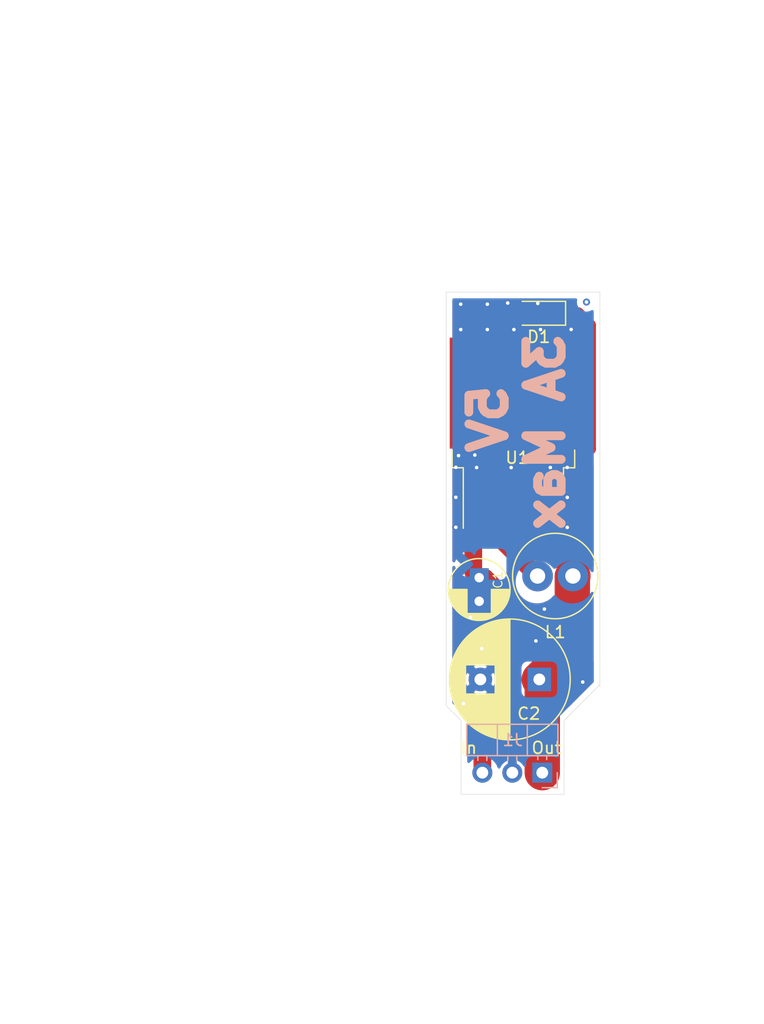
<source format=kicad_pcb>
(kicad_pcb (version 20171130) (host pcbnew "(5.1.9)-1")

  (general
    (thickness 1.6002)
    (drawings 12)
    (tracks 52)
    (zones 0)
    (modules 6)
    (nets 5)
  )

  (page A4)
  (layers
    (0 Front signal)
    (31 Back signal)
    (34 B.Paste user)
    (35 F.Paste user)
    (36 B.SilkS user)
    (37 F.SilkS user)
    (38 B.Mask user)
    (39 F.Mask user)
    (44 Edge.Cuts user)
    (45 Margin user)
    (46 B.CrtYd user)
    (47 F.CrtYd user)
    (49 F.Fab user)
  )

  (setup
    (last_trace_width 1)
    (user_trace_width 0.15)
    (user_trace_width 0.2)
    (user_trace_width 0.4)
    (user_trace_width 0.6)
    (user_trace_width 1)
    (user_trace_width 1.5)
    (user_trace_width 2)
    (user_trace_width 2.5)
    (user_trace_width 3)
    (trace_clearance 0.127)
    (zone_clearance 0.508)
    (zone_45_only yes)
    (trace_min 0.127)
    (via_size 0.6)
    (via_drill 0.3)
    (via_min_size 0.6)
    (via_min_drill 0.3)
    (user_via 0.6 0.3)
    (user_via 0.9 0.4)
    (uvia_size 0.6858)
    (uvia_drill 0.3302)
    (uvias_allowed no)
    (uvia_min_size 0.2)
    (uvia_min_drill 0.1)
    (edge_width 0.0381)
    (segment_width 0.254)
    (pcb_text_width 0.3048)
    (pcb_text_size 1.524 1.524)
    (mod_edge_width 0.1524)
    (mod_text_size 0.8128 0.8128)
    (mod_text_width 0.1524)
    (pad_size 1.524 1.524)
    (pad_drill 0.762)
    (pad_to_mask_clearance 0)
    (solder_mask_min_width 0.12)
    (aux_axis_origin 0 0)
    (visible_elements 7FFFFFFF)
    (pcbplotparams
      (layerselection 0x010fc_ffffffff)
      (usegerberextensions false)
      (usegerberattributes true)
      (usegerberadvancedattributes true)
      (creategerberjobfile true)
      (excludeedgelayer true)
      (linewidth 0.100000)
      (plotframeref false)
      (viasonmask false)
      (mode 1)
      (useauxorigin false)
      (hpglpennumber 1)
      (hpglpenspeed 20)
      (hpglpendiameter 15.000000)
      (psnegative false)
      (psa4output false)
      (plotreference true)
      (plotvalue true)
      (plotinvisibletext false)
      (padsonsilk false)
      (subtractmaskfromsilk false)
      (outputformat 1)
      (mirror false)
      (drillshape 0)
      (scaleselection 1)
      (outputdirectory "Gerbers_SMD/"))
  )

  (net 0 "")
  (net 1 GND)
  (net 2 VCC)
  (net 3 +5V)
  (net 4 "Net-(D1-Pad1)")

  (net_class Default "This is the default net class."
    (clearance 0.127)
    (trace_width 0.127)
    (via_dia 0.6)
    (via_drill 0.3)
    (uvia_dia 0.6858)
    (uvia_drill 0.3302)
    (diff_pair_width 0.1524)
    (diff_pair_gap 0.254)
    (add_net +5V)
    (add_net GND)
    (add_net "Net-(D1-Pad1)")
    (add_net VCC)
  )

  (module Inductor_THT:L_Radial_D7.0mm_P3.00mm (layer Front) (tedit 5AE59B06) (tstamp 604FB8B2)
    (at 124.7 90.57 180)
    (descr "Inductor, Radial series, Radial, pin pitch=3.00mm, , diameter=7mm, http://www.abracon.com/Magnetics/radial/AIUR-16.pdf")
    (tags "Inductor Radial series Radial pin pitch 3.00mm  diameter 7mm")
    (path /602DBCD5)
    (fp_text reference L1 (at 1.5 -4.75) (layer F.SilkS)
      (effects (font (size 1 1) (thickness 0.15)))
    )
    (fp_text value 100uH (at 1.5 4.75) (layer F.Fab)
      (effects (font (size 1 1) (thickness 0.15)))
    )
    (fp_circle (center 1.5 0) (end 5.25 0) (layer F.CrtYd) (width 0.05))
    (fp_circle (center 1.5 0) (end 5.12 0) (layer F.SilkS) (width 0.12))
    (fp_circle (center 1.5 0) (end 5 0) (layer F.Fab) (width 0.1))
    (fp_text user %R (at 1.5 0) (layer F.Fab)
      (effects (font (size 1 1) (thickness 0.15)))
    )
    (pad 2 thru_hole circle (at 3 0 180) (size 2.6 2.6) (drill 1.3) (layers *.Cu *.Mask)
      (net 4 "Net-(D1-Pad1)"))
    (pad 1 thru_hole circle (at 0 0 180) (size 2.6 2.6) (drill 1.3) (layers *.Cu *.Mask)
      (net 3 +5V))
    (model ${KISYS3DMOD}/Inductor_THT.3dshapes/L_Radial_D7.0mm_P3.00mm.wrl
      (at (xyz 0 0 0))
      (scale (xyz 1 1 1))
      (rotate (xyz 0 0 0))
    )
  )

  (module Diode_SMD:D_SMF (layer Front) (tedit 5D31F510) (tstamp 602E6C19)
    (at 121.8 68.31 180)
    (descr "Diode SMF (DO-219AB), http://www.vishay.com/docs/95572/smf_do-219ab.pdf")
    (tags "Diode SMF (DO-214AB)")
    (path /602D9A2B)
    (attr smd)
    (fp_text reference D1 (at 0 -2) (layer F.SilkS)
      (effects (font (size 1 1) (thickness 0.15)))
    )
    (fp_text value SS34 (at 0 2) (layer F.Fab)
      (effects (font (size 1 1) (thickness 0.15)))
    )
    (fp_line (start -2.28 -1.01) (end 1.4 -1.01) (layer F.SilkS) (width 0.12))
    (fp_line (start -2.28 1.01) (end 1.4 1.01) (layer F.SilkS) (width 0.12))
    (fp_line (start -0.3 0) (end 0.3 -0.4) (layer F.Fab) (width 0.1))
    (fp_line (start -0.3 0.00102) (end 0.3 0.4) (layer F.Fab) (width 0.1))
    (fp_line (start 0.3 0.4) (end 0.3 -0.4) (layer F.Fab) (width 0.1))
    (fp_line (start -0.3 -0.4) (end -0.3 0.4) (layer F.Fab) (width 0.1))
    (fp_line (start 0.3 0) (end 0.9 0) (layer F.Fab) (width 0.1))
    (fp_line (start -0.3 0) (end -0.9 0) (layer F.Fab) (width 0.1))
    (fp_line (start -2.35 1.15) (end -2.35 -1.15) (layer F.CrtYd) (width 0.05))
    (fp_line (start 2.35 1.15) (end -2.35 1.15) (layer F.CrtYd) (width 0.05))
    (fp_line (start 2.35 -1.15) (end 2.35 1.15) (layer F.CrtYd) (width 0.05))
    (fp_line (start -2.35 -1.15) (end 2.35 -1.15) (layer F.CrtYd) (width 0.05))
    (fp_line (start 1.4 -0.9) (end -1.4 -0.9) (layer F.Fab) (width 0.1))
    (fp_line (start 1.4 -0.9) (end 1.4 0.9) (layer F.Fab) (width 0.1))
    (fp_line (start -1.4 0.9) (end -1.4 -0.9) (layer F.Fab) (width 0.1))
    (fp_line (start 1.4 0.9) (end -1.4 0.9) (layer F.Fab) (width 0.1))
    (fp_line (start -2.28 -1.01) (end -2.28 1.01) (layer F.SilkS) (width 0.12))
    (fp_text user %R (at 0 -2) (layer F.Fab)
      (effects (font (size 1 1) (thickness 0.15)))
    )
    (pad 2 smd rect (at 1.45 0 180) (size 1.3 1.4) (layers Front F.Paste F.Mask)
      (net 1 GND))
    (pad 1 smd rect (at -1.45 0 180) (size 1.3 1.4) (layers Front F.Paste F.Mask)
      (net 4 "Net-(D1-Pad1)"))
    (model ${KISYS3DMOD}/Diode_SMD.3dshapes/D_SMF.wrl
      (at (xyz 0 0 0))
      (scale (xyz 1 1 1))
      (rotate (xyz 0 0 0))
    )
  )

  (module Capacitor_THT:CP_Radial_D5.0mm_P2.00mm (layer Front) (tedit 602D73A5) (tstamp 602DE071)
    (at 116.75 90.71 270)
    (descr "CP, Radial series, Radial, pin pitch=2.00mm, , diameter=5mm, Electrolytic Capacitor")
    (tags "CP Radial series Radial pin pitch 2.00mm  diameter 5mm Electrolytic Capacitor")
    (path /602D8508)
    (fp_text reference C1 (at 0.2 -1.59 90) (layer F.SilkS)
      (effects (font (size 0.75 0.75) (thickness 0.1)))
    )
    (fp_text value 100uF (at 1 3.75 270) (layer F.Fab)
      (effects (font (size 1 1) (thickness 0.15)))
    )
    (fp_circle (center 1 0) (end 3.5 0) (layer F.Fab) (width 0.1))
    (fp_circle (center 1 0) (end 3.62 0) (layer F.SilkS) (width 0.12))
    (fp_circle (center 1 0) (end 3.75 0) (layer F.CrtYd) (width 0.05))
    (fp_line (start -1.133605 -1.0875) (end -0.633605 -1.0875) (layer F.Fab) (width 0.1))
    (fp_line (start -0.883605 -1.3375) (end -0.883605 -0.8375) (layer F.Fab) (width 0.1))
    (fp_line (start 1 1.04) (end 1 2.58) (layer F.SilkS) (width 0.12))
    (fp_line (start 1 -2.58) (end 1 -1.04) (layer F.SilkS) (width 0.12))
    (fp_line (start 1.04 1.04) (end 1.04 2.58) (layer F.SilkS) (width 0.12))
    (fp_line (start 1.04 -2.58) (end 1.04 -1.04) (layer F.SilkS) (width 0.12))
    (fp_line (start 1.08 -2.579) (end 1.08 -1.04) (layer F.SilkS) (width 0.12))
    (fp_line (start 1.08 1.04) (end 1.08 2.579) (layer F.SilkS) (width 0.12))
    (fp_line (start 1.12 -2.578) (end 1.12 -1.04) (layer F.SilkS) (width 0.12))
    (fp_line (start 1.12 1.04) (end 1.12 2.578) (layer F.SilkS) (width 0.12))
    (fp_line (start 1.16 -2.576) (end 1.16 -1.04) (layer F.SilkS) (width 0.12))
    (fp_line (start 1.16 1.04) (end 1.16 2.576) (layer F.SilkS) (width 0.12))
    (fp_line (start 1.2 -2.573) (end 1.2 -1.04) (layer F.SilkS) (width 0.12))
    (fp_line (start 1.2 1.04) (end 1.2 2.573) (layer F.SilkS) (width 0.12))
    (fp_line (start 1.24 -2.569) (end 1.24 -1.04) (layer F.SilkS) (width 0.12))
    (fp_line (start 1.24 1.04) (end 1.24 2.569) (layer F.SilkS) (width 0.12))
    (fp_line (start 1.28 -2.565) (end 1.28 -1.04) (layer F.SilkS) (width 0.12))
    (fp_line (start 1.28 1.04) (end 1.28 2.565) (layer F.SilkS) (width 0.12))
    (fp_line (start 1.32 -2.561) (end 1.32 -1.04) (layer F.SilkS) (width 0.12))
    (fp_line (start 1.32 1.04) (end 1.32 2.561) (layer F.SilkS) (width 0.12))
    (fp_line (start 1.36 -2.556) (end 1.36 -1.04) (layer F.SilkS) (width 0.12))
    (fp_line (start 1.36 1.04) (end 1.36 2.556) (layer F.SilkS) (width 0.12))
    (fp_line (start 1.4 -2.55) (end 1.4 -1.04) (layer F.SilkS) (width 0.12))
    (fp_line (start 1.4 1.04) (end 1.4 2.55) (layer F.SilkS) (width 0.12))
    (fp_line (start 1.44 -2.543) (end 1.44 -1.04) (layer F.SilkS) (width 0.12))
    (fp_line (start 1.44 1.04) (end 1.44 2.543) (layer F.SilkS) (width 0.12))
    (fp_line (start 1.48 -2.536) (end 1.48 -1.04) (layer F.SilkS) (width 0.12))
    (fp_line (start 1.48 1.04) (end 1.48 2.536) (layer F.SilkS) (width 0.12))
    (fp_line (start 1.52 -2.528) (end 1.52 -1.04) (layer F.SilkS) (width 0.12))
    (fp_line (start 1.52 1.04) (end 1.52 2.528) (layer F.SilkS) (width 0.12))
    (fp_line (start 1.56 -2.52) (end 1.56 -1.04) (layer F.SilkS) (width 0.12))
    (fp_line (start 1.56 1.04) (end 1.56 2.52) (layer F.SilkS) (width 0.12))
    (fp_line (start 1.6 -2.511) (end 1.6 -1.04) (layer F.SilkS) (width 0.12))
    (fp_line (start 1.6 1.04) (end 1.6 2.511) (layer F.SilkS) (width 0.12))
    (fp_line (start 1.64 -2.501) (end 1.64 -1.04) (layer F.SilkS) (width 0.12))
    (fp_line (start 1.64 1.04) (end 1.64 2.501) (layer F.SilkS) (width 0.12))
    (fp_line (start 1.68 -2.491) (end 1.68 -1.04) (layer F.SilkS) (width 0.12))
    (fp_line (start 1.68 1.04) (end 1.68 2.491) (layer F.SilkS) (width 0.12))
    (fp_line (start 1.721 -2.48) (end 1.721 -1.04) (layer F.SilkS) (width 0.12))
    (fp_line (start 1.721 1.04) (end 1.721 2.48) (layer F.SilkS) (width 0.12))
    (fp_line (start 1.761 -2.468) (end 1.761 -1.04) (layer F.SilkS) (width 0.12))
    (fp_line (start 1.761 1.04) (end 1.761 2.468) (layer F.SilkS) (width 0.12))
    (fp_line (start 1.801 -2.455) (end 1.801 -1.04) (layer F.SilkS) (width 0.12))
    (fp_line (start 1.801 1.04) (end 1.801 2.455) (layer F.SilkS) (width 0.12))
    (fp_line (start 1.841 -2.442) (end 1.841 -1.04) (layer F.SilkS) (width 0.12))
    (fp_line (start 1.841 1.04) (end 1.841 2.442) (layer F.SilkS) (width 0.12))
    (fp_line (start 1.881 -2.428) (end 1.881 -1.04) (layer F.SilkS) (width 0.12))
    (fp_line (start 1.881 1.04) (end 1.881 2.428) (layer F.SilkS) (width 0.12))
    (fp_line (start 1.921 -2.414) (end 1.921 -1.04) (layer F.SilkS) (width 0.12))
    (fp_line (start 1.921 1.04) (end 1.921 2.414) (layer F.SilkS) (width 0.12))
    (fp_line (start 1.961 -2.398) (end 1.961 -1.04) (layer F.SilkS) (width 0.12))
    (fp_line (start 1.961 1.04) (end 1.961 2.398) (layer F.SilkS) (width 0.12))
    (fp_line (start 2.001 -2.382) (end 2.001 -1.04) (layer F.SilkS) (width 0.12))
    (fp_line (start 2.001 1.04) (end 2.001 2.382) (layer F.SilkS) (width 0.12))
    (fp_line (start 2.041 -2.365) (end 2.041 -1.04) (layer F.SilkS) (width 0.12))
    (fp_line (start 2.041 1.04) (end 2.041 2.365) (layer F.SilkS) (width 0.12))
    (fp_line (start 2.081 -2.348) (end 2.081 -1.04) (layer F.SilkS) (width 0.12))
    (fp_line (start 2.081 1.04) (end 2.081 2.348) (layer F.SilkS) (width 0.12))
    (fp_line (start 2.121 -2.329) (end 2.121 -1.04) (layer F.SilkS) (width 0.12))
    (fp_line (start 2.121 1.04) (end 2.121 2.329) (layer F.SilkS) (width 0.12))
    (fp_line (start 2.161 -2.31) (end 2.161 -1.04) (layer F.SilkS) (width 0.12))
    (fp_line (start 2.161 1.04) (end 2.161 2.31) (layer F.SilkS) (width 0.12))
    (fp_line (start 2.201 -2.29) (end 2.201 -1.04) (layer F.SilkS) (width 0.12))
    (fp_line (start 2.201 1.04) (end 2.201 2.29) (layer F.SilkS) (width 0.12))
    (fp_line (start 2.241 -2.268) (end 2.241 -1.04) (layer F.SilkS) (width 0.12))
    (fp_line (start 2.241 1.04) (end 2.241 2.268) (layer F.SilkS) (width 0.12))
    (fp_line (start 2.281 -2.247) (end 2.281 -1.04) (layer F.SilkS) (width 0.12))
    (fp_line (start 2.281 1.04) (end 2.281 2.247) (layer F.SilkS) (width 0.12))
    (fp_line (start 2.321 -2.224) (end 2.321 -1.04) (layer F.SilkS) (width 0.12))
    (fp_line (start 2.321 1.04) (end 2.321 2.224) (layer F.SilkS) (width 0.12))
    (fp_line (start 2.361 -2.2) (end 2.361 -1.04) (layer F.SilkS) (width 0.12))
    (fp_line (start 2.361 1.04) (end 2.361 2.2) (layer F.SilkS) (width 0.12))
    (fp_line (start 2.401 -2.175) (end 2.401 -1.04) (layer F.SilkS) (width 0.12))
    (fp_line (start 2.401 1.04) (end 2.401 2.175) (layer F.SilkS) (width 0.12))
    (fp_line (start 2.441 -2.149) (end 2.441 -1.04) (layer F.SilkS) (width 0.12))
    (fp_line (start 2.441 1.04) (end 2.441 2.149) (layer F.SilkS) (width 0.12))
    (fp_line (start 2.481 -2.122) (end 2.481 -1.04) (layer F.SilkS) (width 0.12))
    (fp_line (start 2.481 1.04) (end 2.481 2.122) (layer F.SilkS) (width 0.12))
    (fp_line (start 2.521 -2.095) (end 2.521 -1.04) (layer F.SilkS) (width 0.12))
    (fp_line (start 2.521 1.04) (end 2.521 2.095) (layer F.SilkS) (width 0.12))
    (fp_line (start 2.561 -2.065) (end 2.561 -1.04) (layer F.SilkS) (width 0.12))
    (fp_line (start 2.561 1.04) (end 2.561 2.065) (layer F.SilkS) (width 0.12))
    (fp_line (start 2.601 -2.035) (end 2.601 -1.04) (layer F.SilkS) (width 0.12))
    (fp_line (start 2.601 1.04) (end 2.601 2.035) (layer F.SilkS) (width 0.12))
    (fp_line (start 2.641 -2.004) (end 2.641 -1.04) (layer F.SilkS) (width 0.12))
    (fp_line (start 2.641 1.04) (end 2.641 2.004) (layer F.SilkS) (width 0.12))
    (fp_line (start 2.681 -1.971) (end 2.681 -1.04) (layer F.SilkS) (width 0.12))
    (fp_line (start 2.681 1.04) (end 2.681 1.971) (layer F.SilkS) (width 0.12))
    (fp_line (start 2.721 -1.937) (end 2.721 -1.04) (layer F.SilkS) (width 0.12))
    (fp_line (start 2.721 1.04) (end 2.721 1.937) (layer F.SilkS) (width 0.12))
    (fp_line (start 2.761 -1.901) (end 2.761 -1.04) (layer F.SilkS) (width 0.12))
    (fp_line (start 2.761 1.04) (end 2.761 1.901) (layer F.SilkS) (width 0.12))
    (fp_line (start 2.801 -1.864) (end 2.801 -1.04) (layer F.SilkS) (width 0.12))
    (fp_line (start 2.801 1.04) (end 2.801 1.864) (layer F.SilkS) (width 0.12))
    (fp_line (start 2.841 -1.826) (end 2.841 -1.04) (layer F.SilkS) (width 0.12))
    (fp_line (start 2.841 1.04) (end 2.841 1.826) (layer F.SilkS) (width 0.12))
    (fp_line (start 2.881 -1.785) (end 2.881 -1.04) (layer F.SilkS) (width 0.12))
    (fp_line (start 2.881 1.04) (end 2.881 1.785) (layer F.SilkS) (width 0.12))
    (fp_line (start 2.921 -1.743) (end 2.921 -1.04) (layer F.SilkS) (width 0.12))
    (fp_line (start 2.921 1.04) (end 2.921 1.743) (layer F.SilkS) (width 0.12))
    (fp_line (start 2.961 -1.699) (end 2.961 -1.04) (layer F.SilkS) (width 0.12))
    (fp_line (start 2.961 1.04) (end 2.961 1.699) (layer F.SilkS) (width 0.12))
    (fp_line (start 3.001 -1.653) (end 3.001 -1.04) (layer F.SilkS) (width 0.12))
    (fp_line (start 3.001 1.04) (end 3.001 1.653) (layer F.SilkS) (width 0.12))
    (fp_line (start 3.041 -1.605) (end 3.041 1.605) (layer F.SilkS) (width 0.12))
    (fp_line (start 3.081 -1.554) (end 3.081 1.554) (layer F.SilkS) (width 0.12))
    (fp_line (start 3.121 -1.5) (end 3.121 1.5) (layer F.SilkS) (width 0.12))
    (fp_line (start 3.161 -1.443) (end 3.161 1.443) (layer F.SilkS) (width 0.12))
    (fp_line (start 3.201 -1.383) (end 3.201 1.383) (layer F.SilkS) (width 0.12))
    (fp_line (start 3.241 -1.319) (end 3.241 1.319) (layer F.SilkS) (width 0.12))
    (fp_line (start 3.281 -1.251) (end 3.281 1.251) (layer F.SilkS) (width 0.12))
    (fp_line (start 3.321 -1.178) (end 3.321 1.178) (layer F.SilkS) (width 0.12))
    (fp_line (start 3.361 -1.098) (end 3.361 1.098) (layer F.SilkS) (width 0.12))
    (fp_line (start 3.401 -1.011) (end 3.401 1.011) (layer F.SilkS) (width 0.12))
    (fp_line (start 3.441 -0.915) (end 3.441 0.915) (layer F.SilkS) (width 0.12))
    (fp_line (start 3.481 -0.805) (end 3.481 0.805) (layer F.SilkS) (width 0.12))
    (fp_line (start 3.521 -0.677) (end 3.521 0.677) (layer F.SilkS) (width 0.12))
    (fp_line (start 3.561 -0.518) (end 3.561 0.518) (layer F.SilkS) (width 0.12))
    (fp_line (start 3.601 -0.284) (end 3.601 0.284) (layer F.SilkS) (width 0.12))
    (fp_text user %R (at 1 0 270) (layer F.Fab)
      (effects (font (size 1 1) (thickness 0.15)))
    )
    (pad 2 thru_hole circle (at 2 0 270) (size 1.6 1.6) (drill 0.8) (layers *.Cu *.Mask)
      (net 1 GND))
    (pad 1 thru_hole rect (at 0 0 270) (size 1.6 1.6) (drill 0.8) (layers *.Cu *.Mask)
      (net 2 VCC))
    (model ${KISYS3DMOD}/Capacitor_THT.3dshapes/CP_Radial_D5.0mm_P2.00mm.wrl
      (at (xyz 0 0 0))
      (scale (xyz 1 1 1))
      (rotate (xyz 0 0 0))
    )
  )

  (module Capacitor_THT:CP_Radial_D10.0mm_P5.00mm (layer Front) (tedit 602D7392) (tstamp 604FB6FB)
    (at 121.85 99.33 180)
    (descr "CP, Radial series, Radial, pin pitch=5.00mm, , diameter=10mm, Electrolytic Capacitor")
    (tags "CP Radial series Radial pin pitch 5.00mm  diameter 10mm Electrolytic Capacitor")
    (path /602D875C)
    (fp_text reference C2 (at 0.89 -2.9 180) (layer F.SilkS)
      (effects (font (size 1 1) (thickness 0.15)))
    )
    (fp_text value 1000uF (at 2.5 6.25 180) (layer F.Fab)
      (effects (font (size 1 1) (thickness 0.15)))
    )
    (fp_circle (center 2.5 0) (end 7.5 0) (layer F.Fab) (width 0.1))
    (fp_circle (center 2.5 0) (end 7.62 0) (layer F.SilkS) (width 0.12))
    (fp_circle (center 2.5 0) (end 7.75 0) (layer F.CrtYd) (width 0.05))
    (fp_line (start -1.788861 -2.1875) (end -0.788861 -2.1875) (layer F.Fab) (width 0.1))
    (fp_line (start -1.288861 -2.6875) (end -1.288861 -1.6875) (layer F.Fab) (width 0.1))
    (fp_line (start 2.5 -5.08) (end 2.5 5.08) (layer F.SilkS) (width 0.12))
    (fp_line (start 2.54 -5.08) (end 2.54 5.08) (layer F.SilkS) (width 0.12))
    (fp_line (start 2.58 -5.08) (end 2.58 5.08) (layer F.SilkS) (width 0.12))
    (fp_line (start 2.62 -5.079) (end 2.62 5.079) (layer F.SilkS) (width 0.12))
    (fp_line (start 2.66 -5.078) (end 2.66 5.078) (layer F.SilkS) (width 0.12))
    (fp_line (start 2.7 -5.077) (end 2.7 5.077) (layer F.SilkS) (width 0.12))
    (fp_line (start 2.74 -5.075) (end 2.74 5.075) (layer F.SilkS) (width 0.12))
    (fp_line (start 2.78 -5.073) (end 2.78 5.073) (layer F.SilkS) (width 0.12))
    (fp_line (start 2.82 -5.07) (end 2.82 5.07) (layer F.SilkS) (width 0.12))
    (fp_line (start 2.86 -5.068) (end 2.86 5.068) (layer F.SilkS) (width 0.12))
    (fp_line (start 2.9 -5.065) (end 2.9 5.065) (layer F.SilkS) (width 0.12))
    (fp_line (start 2.94 -5.062) (end 2.94 5.062) (layer F.SilkS) (width 0.12))
    (fp_line (start 2.98 -5.058) (end 2.98 5.058) (layer F.SilkS) (width 0.12))
    (fp_line (start 3.02 -5.054) (end 3.02 5.054) (layer F.SilkS) (width 0.12))
    (fp_line (start 3.06 -5.05) (end 3.06 5.05) (layer F.SilkS) (width 0.12))
    (fp_line (start 3.1 -5.045) (end 3.1 5.045) (layer F.SilkS) (width 0.12))
    (fp_line (start 3.14 -5.04) (end 3.14 5.04) (layer F.SilkS) (width 0.12))
    (fp_line (start 3.18 -5.035) (end 3.18 5.035) (layer F.SilkS) (width 0.12))
    (fp_line (start 3.221 -5.03) (end 3.221 5.03) (layer F.SilkS) (width 0.12))
    (fp_line (start 3.261 -5.024) (end 3.261 5.024) (layer F.SilkS) (width 0.12))
    (fp_line (start 3.301 -5.018) (end 3.301 5.018) (layer F.SilkS) (width 0.12))
    (fp_line (start 3.341 -5.011) (end 3.341 5.011) (layer F.SilkS) (width 0.12))
    (fp_line (start 3.381 -5.004) (end 3.381 5.004) (layer F.SilkS) (width 0.12))
    (fp_line (start 3.421 -4.997) (end 3.421 4.997) (layer F.SilkS) (width 0.12))
    (fp_line (start 3.461 -4.99) (end 3.461 4.99) (layer F.SilkS) (width 0.12))
    (fp_line (start 3.501 -4.982) (end 3.501 4.982) (layer F.SilkS) (width 0.12))
    (fp_line (start 3.541 -4.974) (end 3.541 4.974) (layer F.SilkS) (width 0.12))
    (fp_line (start 3.581 -4.965) (end 3.581 4.965) (layer F.SilkS) (width 0.12))
    (fp_line (start 3.621 -4.956) (end 3.621 4.956) (layer F.SilkS) (width 0.12))
    (fp_line (start 3.661 -4.947) (end 3.661 4.947) (layer F.SilkS) (width 0.12))
    (fp_line (start 3.701 -4.938) (end 3.701 4.938) (layer F.SilkS) (width 0.12))
    (fp_line (start 3.741 -4.928) (end 3.741 4.928) (layer F.SilkS) (width 0.12))
    (fp_line (start 3.781 -4.918) (end 3.781 -1.241) (layer F.SilkS) (width 0.12))
    (fp_line (start 3.781 1.241) (end 3.781 4.918) (layer F.SilkS) (width 0.12))
    (fp_line (start 3.821 -4.907) (end 3.821 -1.241) (layer F.SilkS) (width 0.12))
    (fp_line (start 3.821 1.241) (end 3.821 4.907) (layer F.SilkS) (width 0.12))
    (fp_line (start 3.861 -4.897) (end 3.861 -1.241) (layer F.SilkS) (width 0.12))
    (fp_line (start 3.861 1.241) (end 3.861 4.897) (layer F.SilkS) (width 0.12))
    (fp_line (start 3.901 -4.885) (end 3.901 -1.241) (layer F.SilkS) (width 0.12))
    (fp_line (start 3.901 1.241) (end 3.901 4.885) (layer F.SilkS) (width 0.12))
    (fp_line (start 3.941 -4.874) (end 3.941 -1.241) (layer F.SilkS) (width 0.12))
    (fp_line (start 3.941 1.241) (end 3.941 4.874) (layer F.SilkS) (width 0.12))
    (fp_line (start 3.981 -4.862) (end 3.981 -1.241) (layer F.SilkS) (width 0.12))
    (fp_line (start 3.981 1.241) (end 3.981 4.862) (layer F.SilkS) (width 0.12))
    (fp_line (start 4.021 -4.85) (end 4.021 -1.241) (layer F.SilkS) (width 0.12))
    (fp_line (start 4.021 1.241) (end 4.021 4.85) (layer F.SilkS) (width 0.12))
    (fp_line (start 4.061 -4.837) (end 4.061 -1.241) (layer F.SilkS) (width 0.12))
    (fp_line (start 4.061 1.241) (end 4.061 4.837) (layer F.SilkS) (width 0.12))
    (fp_line (start 4.101 -4.824) (end 4.101 -1.241) (layer F.SilkS) (width 0.12))
    (fp_line (start 4.101 1.241) (end 4.101 4.824) (layer F.SilkS) (width 0.12))
    (fp_line (start 4.141 -4.811) (end 4.141 -1.241) (layer F.SilkS) (width 0.12))
    (fp_line (start 4.141 1.241) (end 4.141 4.811) (layer F.SilkS) (width 0.12))
    (fp_line (start 4.181 -4.797) (end 4.181 -1.241) (layer F.SilkS) (width 0.12))
    (fp_line (start 4.181 1.241) (end 4.181 4.797) (layer F.SilkS) (width 0.12))
    (fp_line (start 4.221 -4.783) (end 4.221 -1.241) (layer F.SilkS) (width 0.12))
    (fp_line (start 4.221 1.241) (end 4.221 4.783) (layer F.SilkS) (width 0.12))
    (fp_line (start 4.261 -4.768) (end 4.261 -1.241) (layer F.SilkS) (width 0.12))
    (fp_line (start 4.261 1.241) (end 4.261 4.768) (layer F.SilkS) (width 0.12))
    (fp_line (start 4.301 -4.754) (end 4.301 -1.241) (layer F.SilkS) (width 0.12))
    (fp_line (start 4.301 1.241) (end 4.301 4.754) (layer F.SilkS) (width 0.12))
    (fp_line (start 4.341 -4.738) (end 4.341 -1.241) (layer F.SilkS) (width 0.12))
    (fp_line (start 4.341 1.241) (end 4.341 4.738) (layer F.SilkS) (width 0.12))
    (fp_line (start 4.381 -4.723) (end 4.381 -1.241) (layer F.SilkS) (width 0.12))
    (fp_line (start 4.381 1.241) (end 4.381 4.723) (layer F.SilkS) (width 0.12))
    (fp_line (start 4.421 -4.707) (end 4.421 -1.241) (layer F.SilkS) (width 0.12))
    (fp_line (start 4.421 1.241) (end 4.421 4.707) (layer F.SilkS) (width 0.12))
    (fp_line (start 4.461 -4.69) (end 4.461 -1.241) (layer F.SilkS) (width 0.12))
    (fp_line (start 4.461 1.241) (end 4.461 4.69) (layer F.SilkS) (width 0.12))
    (fp_line (start 4.501 -4.674) (end 4.501 -1.241) (layer F.SilkS) (width 0.12))
    (fp_line (start 4.501 1.241) (end 4.501 4.674) (layer F.SilkS) (width 0.12))
    (fp_line (start 4.541 -4.657) (end 4.541 -1.241) (layer F.SilkS) (width 0.12))
    (fp_line (start 4.541 1.241) (end 4.541 4.657) (layer F.SilkS) (width 0.12))
    (fp_line (start 4.581 -4.639) (end 4.581 -1.241) (layer F.SilkS) (width 0.12))
    (fp_line (start 4.581 1.241) (end 4.581 4.639) (layer F.SilkS) (width 0.12))
    (fp_line (start 4.621 -4.621) (end 4.621 -1.241) (layer F.SilkS) (width 0.12))
    (fp_line (start 4.621 1.241) (end 4.621 4.621) (layer F.SilkS) (width 0.12))
    (fp_line (start 4.661 -4.603) (end 4.661 -1.241) (layer F.SilkS) (width 0.12))
    (fp_line (start 4.661 1.241) (end 4.661 4.603) (layer F.SilkS) (width 0.12))
    (fp_line (start 4.701 -4.584) (end 4.701 -1.241) (layer F.SilkS) (width 0.12))
    (fp_line (start 4.701 1.241) (end 4.701 4.584) (layer F.SilkS) (width 0.12))
    (fp_line (start 4.741 -4.564) (end 4.741 -1.241) (layer F.SilkS) (width 0.12))
    (fp_line (start 4.741 1.241) (end 4.741 4.564) (layer F.SilkS) (width 0.12))
    (fp_line (start 4.781 -4.545) (end 4.781 -1.241) (layer F.SilkS) (width 0.12))
    (fp_line (start 4.781 1.241) (end 4.781 4.545) (layer F.SilkS) (width 0.12))
    (fp_line (start 4.821 -4.525) (end 4.821 -1.241) (layer F.SilkS) (width 0.12))
    (fp_line (start 4.821 1.241) (end 4.821 4.525) (layer F.SilkS) (width 0.12))
    (fp_line (start 4.861 -4.504) (end 4.861 -1.241) (layer F.SilkS) (width 0.12))
    (fp_line (start 4.861 1.241) (end 4.861 4.504) (layer F.SilkS) (width 0.12))
    (fp_line (start 4.901 -4.483) (end 4.901 -1.241) (layer F.SilkS) (width 0.12))
    (fp_line (start 4.901 1.241) (end 4.901 4.483) (layer F.SilkS) (width 0.12))
    (fp_line (start 4.941 -4.462) (end 4.941 -1.241) (layer F.SilkS) (width 0.12))
    (fp_line (start 4.941 1.241) (end 4.941 4.462) (layer F.SilkS) (width 0.12))
    (fp_line (start 4.981 -4.44) (end 4.981 -1.241) (layer F.SilkS) (width 0.12))
    (fp_line (start 4.981 1.241) (end 4.981 4.44) (layer F.SilkS) (width 0.12))
    (fp_line (start 5.021 -4.417) (end 5.021 -1.241) (layer F.SilkS) (width 0.12))
    (fp_line (start 5.021 1.241) (end 5.021 4.417) (layer F.SilkS) (width 0.12))
    (fp_line (start 5.061 -4.395) (end 5.061 -1.241) (layer F.SilkS) (width 0.12))
    (fp_line (start 5.061 1.241) (end 5.061 4.395) (layer F.SilkS) (width 0.12))
    (fp_line (start 5.101 -4.371) (end 5.101 -1.241) (layer F.SilkS) (width 0.12))
    (fp_line (start 5.101 1.241) (end 5.101 4.371) (layer F.SilkS) (width 0.12))
    (fp_line (start 5.141 -4.347) (end 5.141 -1.241) (layer F.SilkS) (width 0.12))
    (fp_line (start 5.141 1.241) (end 5.141 4.347) (layer F.SilkS) (width 0.12))
    (fp_line (start 5.181 -4.323) (end 5.181 -1.241) (layer F.SilkS) (width 0.12))
    (fp_line (start 5.181 1.241) (end 5.181 4.323) (layer F.SilkS) (width 0.12))
    (fp_line (start 5.221 -4.298) (end 5.221 -1.241) (layer F.SilkS) (width 0.12))
    (fp_line (start 5.221 1.241) (end 5.221 4.298) (layer F.SilkS) (width 0.12))
    (fp_line (start 5.261 -4.273) (end 5.261 -1.241) (layer F.SilkS) (width 0.12))
    (fp_line (start 5.261 1.241) (end 5.261 4.273) (layer F.SilkS) (width 0.12))
    (fp_line (start 5.301 -4.247) (end 5.301 -1.241) (layer F.SilkS) (width 0.12))
    (fp_line (start 5.301 1.241) (end 5.301 4.247) (layer F.SilkS) (width 0.12))
    (fp_line (start 5.341 -4.221) (end 5.341 -1.241) (layer F.SilkS) (width 0.12))
    (fp_line (start 5.341 1.241) (end 5.341 4.221) (layer F.SilkS) (width 0.12))
    (fp_line (start 5.381 -4.194) (end 5.381 -1.241) (layer F.SilkS) (width 0.12))
    (fp_line (start 5.381 1.241) (end 5.381 4.194) (layer F.SilkS) (width 0.12))
    (fp_line (start 5.421 -4.166) (end 5.421 -1.241) (layer F.SilkS) (width 0.12))
    (fp_line (start 5.421 1.241) (end 5.421 4.166) (layer F.SilkS) (width 0.12))
    (fp_line (start 5.461 -4.138) (end 5.461 -1.241) (layer F.SilkS) (width 0.12))
    (fp_line (start 5.461 1.241) (end 5.461 4.138) (layer F.SilkS) (width 0.12))
    (fp_line (start 5.501 -4.11) (end 5.501 -1.241) (layer F.SilkS) (width 0.12))
    (fp_line (start 5.501 1.241) (end 5.501 4.11) (layer F.SilkS) (width 0.12))
    (fp_line (start 5.541 -4.08) (end 5.541 -1.241) (layer F.SilkS) (width 0.12))
    (fp_line (start 5.541 1.241) (end 5.541 4.08) (layer F.SilkS) (width 0.12))
    (fp_line (start 5.581 -4.05) (end 5.581 -1.241) (layer F.SilkS) (width 0.12))
    (fp_line (start 5.581 1.241) (end 5.581 4.05) (layer F.SilkS) (width 0.12))
    (fp_line (start 5.621 -4.02) (end 5.621 -1.241) (layer F.SilkS) (width 0.12))
    (fp_line (start 5.621 1.241) (end 5.621 4.02) (layer F.SilkS) (width 0.12))
    (fp_line (start 5.661 -3.989) (end 5.661 -1.241) (layer F.SilkS) (width 0.12))
    (fp_line (start 5.661 1.241) (end 5.661 3.989) (layer F.SilkS) (width 0.12))
    (fp_line (start 5.701 -3.957) (end 5.701 -1.241) (layer F.SilkS) (width 0.12))
    (fp_line (start 5.701 1.241) (end 5.701 3.957) (layer F.SilkS) (width 0.12))
    (fp_line (start 5.741 -3.925) (end 5.741 -1.241) (layer F.SilkS) (width 0.12))
    (fp_line (start 5.741 1.241) (end 5.741 3.925) (layer F.SilkS) (width 0.12))
    (fp_line (start 5.781 -3.892) (end 5.781 -1.241) (layer F.SilkS) (width 0.12))
    (fp_line (start 5.781 1.241) (end 5.781 3.892) (layer F.SilkS) (width 0.12))
    (fp_line (start 5.821 -3.858) (end 5.821 -1.241) (layer F.SilkS) (width 0.12))
    (fp_line (start 5.821 1.241) (end 5.821 3.858) (layer F.SilkS) (width 0.12))
    (fp_line (start 5.861 -3.824) (end 5.861 -1.241) (layer F.SilkS) (width 0.12))
    (fp_line (start 5.861 1.241) (end 5.861 3.824) (layer F.SilkS) (width 0.12))
    (fp_line (start 5.901 -3.789) (end 5.901 -1.241) (layer F.SilkS) (width 0.12))
    (fp_line (start 5.901 1.241) (end 5.901 3.789) (layer F.SilkS) (width 0.12))
    (fp_line (start 5.941 -3.753) (end 5.941 -1.241) (layer F.SilkS) (width 0.12))
    (fp_line (start 5.941 1.241) (end 5.941 3.753) (layer F.SilkS) (width 0.12))
    (fp_line (start 5.981 -3.716) (end 5.981 -1.241) (layer F.SilkS) (width 0.12))
    (fp_line (start 5.981 1.241) (end 5.981 3.716) (layer F.SilkS) (width 0.12))
    (fp_line (start 6.021 -3.679) (end 6.021 -1.241) (layer F.SilkS) (width 0.12))
    (fp_line (start 6.021 1.241) (end 6.021 3.679) (layer F.SilkS) (width 0.12))
    (fp_line (start 6.061 -3.64) (end 6.061 -1.241) (layer F.SilkS) (width 0.12))
    (fp_line (start 6.061 1.241) (end 6.061 3.64) (layer F.SilkS) (width 0.12))
    (fp_line (start 6.101 -3.601) (end 6.101 -1.241) (layer F.SilkS) (width 0.12))
    (fp_line (start 6.101 1.241) (end 6.101 3.601) (layer F.SilkS) (width 0.12))
    (fp_line (start 6.141 -3.561) (end 6.141 -1.241) (layer F.SilkS) (width 0.12))
    (fp_line (start 6.141 1.241) (end 6.141 3.561) (layer F.SilkS) (width 0.12))
    (fp_line (start 6.181 -3.52) (end 6.181 -1.241) (layer F.SilkS) (width 0.12))
    (fp_line (start 6.181 1.241) (end 6.181 3.52) (layer F.SilkS) (width 0.12))
    (fp_line (start 6.221 -3.478) (end 6.221 -1.241) (layer F.SilkS) (width 0.12))
    (fp_line (start 6.221 1.241) (end 6.221 3.478) (layer F.SilkS) (width 0.12))
    (fp_line (start 6.261 -3.436) (end 6.261 3.436) (layer F.SilkS) (width 0.12))
    (fp_line (start 6.301 -3.392) (end 6.301 3.392) (layer F.SilkS) (width 0.12))
    (fp_line (start 6.341 -3.347) (end 6.341 3.347) (layer F.SilkS) (width 0.12))
    (fp_line (start 6.381 -3.301) (end 6.381 3.301) (layer F.SilkS) (width 0.12))
    (fp_line (start 6.421 -3.254) (end 6.421 3.254) (layer F.SilkS) (width 0.12))
    (fp_line (start 6.461 -3.206) (end 6.461 3.206) (layer F.SilkS) (width 0.12))
    (fp_line (start 6.501 -3.156) (end 6.501 3.156) (layer F.SilkS) (width 0.12))
    (fp_line (start 6.541 -3.106) (end 6.541 3.106) (layer F.SilkS) (width 0.12))
    (fp_line (start 6.581 -3.054) (end 6.581 3.054) (layer F.SilkS) (width 0.12))
    (fp_line (start 6.621 -3) (end 6.621 3) (layer F.SilkS) (width 0.12))
    (fp_line (start 6.661 -2.945) (end 6.661 2.945) (layer F.SilkS) (width 0.12))
    (fp_line (start 6.701 -2.889) (end 6.701 2.889) (layer F.SilkS) (width 0.12))
    (fp_line (start 6.741 -2.83) (end 6.741 2.83) (layer F.SilkS) (width 0.12))
    (fp_line (start 6.781 -2.77) (end 6.781 2.77) (layer F.SilkS) (width 0.12))
    (fp_line (start 6.821 -2.709) (end 6.821 2.709) (layer F.SilkS) (width 0.12))
    (fp_line (start 6.861 -2.645) (end 6.861 2.645) (layer F.SilkS) (width 0.12))
    (fp_line (start 6.901 -2.579) (end 6.901 2.579) (layer F.SilkS) (width 0.12))
    (fp_line (start 6.941 -2.51) (end 6.941 2.51) (layer F.SilkS) (width 0.12))
    (fp_line (start 6.981 -2.439) (end 6.981 2.439) (layer F.SilkS) (width 0.12))
    (fp_line (start 7.021 -2.365) (end 7.021 2.365) (layer F.SilkS) (width 0.12))
    (fp_line (start 7.061 -2.289) (end 7.061 2.289) (layer F.SilkS) (width 0.12))
    (fp_line (start 7.101 -2.209) (end 7.101 2.209) (layer F.SilkS) (width 0.12))
    (fp_line (start 7.141 -2.125) (end 7.141 2.125) (layer F.SilkS) (width 0.12))
    (fp_line (start 7.181 -2.037) (end 7.181 2.037) (layer F.SilkS) (width 0.12))
    (fp_line (start 7.221 -1.944) (end 7.221 1.944) (layer F.SilkS) (width 0.12))
    (fp_line (start 7.261 -1.846) (end 7.261 1.846) (layer F.SilkS) (width 0.12))
    (fp_line (start 7.301 -1.742) (end 7.301 1.742) (layer F.SilkS) (width 0.12))
    (fp_line (start 7.341 -1.63) (end 7.341 1.63) (layer F.SilkS) (width 0.12))
    (fp_line (start 7.381 -1.51) (end 7.381 1.51) (layer F.SilkS) (width 0.12))
    (fp_line (start 7.421 -1.378) (end 7.421 1.378) (layer F.SilkS) (width 0.12))
    (fp_line (start 7.461 -1.23) (end 7.461 1.23) (layer F.SilkS) (width 0.12))
    (fp_line (start 7.501 -1.062) (end 7.501 1.062) (layer F.SilkS) (width 0.12))
    (fp_line (start 7.541 -0.862) (end 7.541 0.862) (layer F.SilkS) (width 0.12))
    (fp_line (start 7.581 -0.599) (end 7.581 0.599) (layer F.SilkS) (width 0.12))
    (fp_text user %R (at 2.5 0 180) (layer F.Fab)
      (effects (font (size 1 1) (thickness 0.15)))
    )
    (pad 2 thru_hole circle (at 5 0 180) (size 2 2) (drill 1) (layers *.Cu *.Mask)
      (net 1 GND))
    (pad 1 thru_hole rect (at 0 0 180) (size 2 2) (drill 1) (layers *.Cu *.Mask)
      (net 3 +5V))
    (model ${KISYS3DMOD}/Capacitor_THT.3dshapes/CP_Radial_D10.0mm_P5.00mm.wrl
      (at (xyz 0 0 0))
      (scale (xyz 1 1 1))
      (rotate (xyz 0 0 0))
    )
  )

  (module Connector_PinHeader_2.54mm:PinHeader_1x03_P2.54mm_Horizontal (layer Back) (tedit 602D5680) (tstamp 604FB387)
    (at 122.1 107.23 90)
    (descr "Through hole angled pin header, 1x03, 2.54mm pitch, 6mm pin length, single row")
    (tags "Through hole angled pin header THT 1x03 2.54mm single row")
    (path /602EC802)
    (fp_text reference J1 (at 2.76 -2.505) (layer B.SilkS)
      (effects (font (size 1 1) (thickness 0.15)) (justify mirror))
    )
    (fp_text value Pins (at 4.385 -7.35 90) (layer B.Fab)
      (effects (font (size 1 1) (thickness 0.15)) (justify mirror))
    )
    (fp_line (start 2.135 1.27) (end 4.04 1.27) (layer B.Fab) (width 0.1))
    (fp_line (start 4.04 1.27) (end 4.04 -6.35) (layer B.Fab) (width 0.1))
    (fp_line (start 4.04 -6.35) (end 1.5 -6.35) (layer B.Fab) (width 0.1))
    (fp_line (start 1.5 -6.35) (end 1.5 0.635) (layer B.Fab) (width 0.1))
    (fp_line (start 1.5 0.635) (end 2.135 1.27) (layer B.Fab) (width 0.1))
    (fp_line (start -0.32 0.32) (end 1.5 0.32) (layer B.Fab) (width 0.1))
    (fp_line (start -0.32 0.32) (end -0.32 -0.32) (layer B.Fab) (width 0.1))
    (fp_line (start -0.32 -0.32) (end 1.5 -0.32) (layer B.Fab) (width 0.1))
    (fp_line (start -0.32 -2.22) (end 1.5 -2.22) (layer B.Fab) (width 0.1))
    (fp_line (start -0.32 -2.22) (end -0.32 -2.86) (layer B.Fab) (width 0.1))
    (fp_line (start -0.32 -2.86) (end 1.5 -2.86) (layer B.Fab) (width 0.1))
    (fp_line (start -0.32 -4.76) (end 1.5 -4.76) (layer B.Fab) (width 0.1))
    (fp_line (start -0.32 -4.76) (end -0.32 -5.4) (layer B.Fab) (width 0.1))
    (fp_line (start -0.32 -5.4) (end 1.5 -5.4) (layer B.Fab) (width 0.1))
    (fp_line (start 1.44 1.33) (end 1.44 -6.41) (layer B.SilkS) (width 0.12))
    (fp_line (start 1.44 -6.41) (end 4.1 -6.41) (layer B.SilkS) (width 0.12))
    (fp_line (start 4.1 -6.41) (end 4.1 1.33) (layer B.SilkS) (width 0.12))
    (fp_line (start 4.1 1.33) (end 1.44 1.33) (layer B.SilkS) (width 0.12))
    (fp_line (start 1.11 0.38) (end 1.44 0.38) (layer B.SilkS) (width 0.12))
    (fp_line (start 1.11 -0.38) (end 1.44 -0.38) (layer B.SilkS) (width 0.12))
    (fp_line (start 1.44 -1.27) (end 4.1 -1.27) (layer B.SilkS) (width 0.12))
    (fp_line (start 1.042929 -2.16) (end 1.44 -2.16) (layer B.SilkS) (width 0.12))
    (fp_line (start 1.042929 -2.92) (end 1.44 -2.92) (layer B.SilkS) (width 0.12))
    (fp_line (start 1.44 -3.81) (end 4.1 -3.81) (layer B.SilkS) (width 0.12))
    (fp_line (start 1.042929 -4.7) (end 1.44 -4.7) (layer B.SilkS) (width 0.12))
    (fp_line (start 1.042929 -5.46) (end 1.44 -5.46) (layer B.SilkS) (width 0.12))
    (fp_line (start -1.27 0) (end -1.27 1.27) (layer B.SilkS) (width 0.12))
    (fp_line (start -1.27 1.27) (end 0 1.27) (layer B.SilkS) (width 0.12))
    (fp_line (start -1.8 1.8) (end -1.8 -6.85) (layer B.CrtYd) (width 0.05))
    (fp_line (start -1.8 -6.85) (end 4.4 -6.85) (layer B.CrtYd) (width 0.05))
    (fp_line (start 4.4 -6.85) (end 4.4 1.8) (layer B.CrtYd) (width 0.05))
    (fp_line (start 4.4 1.8) (end -1.8 1.8) (layer B.CrtYd) (width 0.05))
    (fp_text user %R (at 2.77 -2.54) (layer B.Fab)
      (effects (font (size 1 1) (thickness 0.15)) (justify mirror))
    )
    (pad 3 thru_hole oval (at 0 -5.08 90) (size 1.7 1.7) (drill 1) (layers *.Cu *.Mask)
      (net 2 VCC))
    (pad 2 thru_hole oval (at 0 -2.54 90) (size 1.7 1.7) (drill 1) (layers *.Cu *.Mask)
      (net 1 GND))
    (pad 1 thru_hole rect (at 0 0 90) (size 1.7 1.7) (drill 1) (layers *.Cu *.Mask)
      (net 3 +5V))
    (model ${KISYS3DMOD}/Connector_PinHeader_2.54mm.3dshapes/PinHeader_1x03_P2.54mm_Horizontal.wrl
      (at (xyz 0 0 0))
      (scale (xyz 1 1 1))
      (rotate (xyz 0 0 0))
    )
  )

  (module Package_TO_SOT_SMD:TO-263-5_TabPin3 (layer Front) (tedit 5A70FBB6) (tstamp 602DE190)
    (at 119.65 78.45 90)
    (descr "TO-263 / D2PAK / DDPAK SMD package, http://www.infineon.com/cms/en/product/packages/PG-TO263/PG-TO263-5-1/")
    (tags "D2PAK DDPAK TO-263 D2PAK-5 TO-263-5 SOT-426")
    (path /602E3D0E)
    (attr smd)
    (fp_text reference U1 (at -2.1 0.33 180) (layer F.SilkS)
      (effects (font (size 1 1) (thickness 0.15)))
    )
    (fp_text value LM2576S-5 (at 0 6.65 90) (layer F.Fab)
      (effects (font (size 1 1) (thickness 0.15)))
    )
    (fp_line (start 6.5 -5) (end 7.5 -5) (layer F.Fab) (width 0.1))
    (fp_line (start 7.5 -5) (end 7.5 5) (layer F.Fab) (width 0.1))
    (fp_line (start 7.5 5) (end 6.5 5) (layer F.Fab) (width 0.1))
    (fp_line (start 6.5 -5) (end 6.5 5) (layer F.Fab) (width 0.1))
    (fp_line (start 6.5 5) (end -2.75 5) (layer F.Fab) (width 0.1))
    (fp_line (start -2.75 5) (end -2.75 -4) (layer F.Fab) (width 0.1))
    (fp_line (start -2.75 -4) (end -1.75 -5) (layer F.Fab) (width 0.1))
    (fp_line (start -1.75 -5) (end 6.5 -5) (layer F.Fab) (width 0.1))
    (fp_line (start -2.75 -3.8) (end -7.45 -3.8) (layer F.Fab) (width 0.1))
    (fp_line (start -7.45 -3.8) (end -7.45 -3) (layer F.Fab) (width 0.1))
    (fp_line (start -7.45 -3) (end -2.75 -3) (layer F.Fab) (width 0.1))
    (fp_line (start -2.75 -2.1) (end -7.45 -2.1) (layer F.Fab) (width 0.1))
    (fp_line (start -7.45 -2.1) (end -7.45 -1.3) (layer F.Fab) (width 0.1))
    (fp_line (start -7.45 -1.3) (end -2.75 -1.3) (layer F.Fab) (width 0.1))
    (fp_line (start -2.75 -0.4) (end -7.45 -0.4) (layer F.Fab) (width 0.1))
    (fp_line (start -7.45 -0.4) (end -7.45 0.4) (layer F.Fab) (width 0.1))
    (fp_line (start -7.45 0.4) (end -2.75 0.4) (layer F.Fab) (width 0.1))
    (fp_line (start -2.75 1.3) (end -7.45 1.3) (layer F.Fab) (width 0.1))
    (fp_line (start -7.45 1.3) (end -7.45 2.1) (layer F.Fab) (width 0.1))
    (fp_line (start -7.45 2.1) (end -2.75 2.1) (layer F.Fab) (width 0.1))
    (fp_line (start -2.75 3) (end -7.45 3) (layer F.Fab) (width 0.1))
    (fp_line (start -7.45 3) (end -7.45 3.8) (layer F.Fab) (width 0.1))
    (fp_line (start -7.45 3.8) (end -2.75 3.8) (layer F.Fab) (width 0.1))
    (fp_line (start -1.45 -5.2) (end -2.95 -5.2) (layer F.SilkS) (width 0.12))
    (fp_line (start -2.95 -5.2) (end -2.95 -4.25) (layer F.SilkS) (width 0.12))
    (fp_line (start -2.95 -4.25) (end -8.075 -4.25) (layer F.SilkS) (width 0.12))
    (fp_line (start -1.45 5.2) (end -2.95 5.2) (layer F.SilkS) (width 0.12))
    (fp_line (start -2.95 5.2) (end -2.95 4.25) (layer F.SilkS) (width 0.12))
    (fp_line (start -2.95 4.25) (end -4.05 4.25) (layer F.SilkS) (width 0.12))
    (fp_line (start -8.32 -5.65) (end -8.32 5.65) (layer F.CrtYd) (width 0.05))
    (fp_line (start -8.32 5.65) (end 8.32 5.65) (layer F.CrtYd) (width 0.05))
    (fp_line (start 8.32 5.65) (end 8.32 -5.65) (layer F.CrtYd) (width 0.05))
    (fp_line (start 8.32 -5.65) (end -8.32 -5.65) (layer F.CrtYd) (width 0.05))
    (fp_text user %R (at 0 0 90) (layer F.Fab)
      (effects (font (size 1 1) (thickness 0.15)))
    )
    (pad "" smd rect (at 0.95 2.775 90) (size 4.55 5.25) (layers F.Paste))
    (pad "" smd rect (at 5.8 -2.775 90) (size 4.55 5.25) (layers F.Paste))
    (pad "" smd rect (at 0.95 -2.775 90) (size 4.55 5.25) (layers F.Paste))
    (pad "" smd rect (at 5.8 2.775 90) (size 4.55 5.25) (layers F.Paste))
    (pad 3 smd rect (at 3.375 0 90) (size 9.4 10.8) (layers Front F.Mask)
      (net 1 GND))
    (pad 5 smd rect (at -5.775 3.4 90) (size 4.6 1.1) (layers Front F.Paste F.Mask)
      (net 1 GND))
    (pad 4 smd rect (at -5.775 1.7 90) (size 4.6 1.1) (layers Front F.Paste F.Mask)
      (net 3 +5V))
    (pad 3 smd rect (at -5.775 0 90) (size 4.6 1.1) (layers Front F.Paste F.Mask)
      (net 1 GND))
    (pad 2 smd rect (at -5.775 -1.7 90) (size 4.6 1.1) (layers Front F.Paste F.Mask)
      (net 4 "Net-(D1-Pad1)"))
    (pad 1 smd rect (at -5.775 -3.4 90) (size 4.6 1.1) (layers Front F.Paste F.Mask)
      (net 2 VCC))
    (model ${KISYS3DMOD}/Package_TO_SOT_SMD.3dshapes/TO-263-5_TabPin3.wrl
      (at (xyz 0 0 0))
      (scale (xyz 1 1 1))
      (rotate (xyz 0 0 0))
    )
  )

  (gr_line (start 125.35 101.41) (end 126.99 99.77) (layer Edge.Cuts) (width 0.0381))
  (gr_line (start 115.21 102.81) (end 113.95 101.55) (layer Edge.Cuts) (width 0.0381))
  (gr_line (start 123.95 102.81) (end 125.35 101.41) (layer Edge.Cuts) (width 0.0381))
  (gr_line (start 115.21 109.06) (end 115.21 102.81) (layer Edge.Cuts) (width 0.0381))
  (gr_line (start 123.95 109.06) (end 123.95 102.81) (layer Edge.Cuts) (width 0.0381))
  (gr_line (start 115.21 109.06) (end 123.95 109.06) (layer Edge.Cuts) (width 0.0381))
  (gr_text "5V \n3A Max" (at 119.94 78.4 90) (layer B.SilkS)
    (effects (font (size 3 3) (thickness 0.75)) (justify mirror))
  )
  (gr_text Out (at 122.463096 105.13) (layer F.SilkS) (tstamp 602E1F3B)
    (effects (font (size 1 1) (thickness 0.15)))
  )
  (gr_text In (at 115.865475 105.13) (layer F.SilkS)
    (effects (font (size 1 1) (thickness 0.15)))
  )
  (gr_line (start 113.95 66.52) (end 113.95 101.55) (layer Edge.Cuts) (width 0.0381))
  (gr_line (start 126.99 66.52) (end 126.99 99.96) (layer Edge.Cuts) (width 0.0381) (tstamp 604FC50B))
  (gr_line (start 113.95 66.52) (end 126.99 66.52) (layer Edge.Cuts) (width 0.0381))

  (via (at 125.85 67.36) (size 0.6) (drill 0.3) (layers Front Back) (net 0))
  (via (at 117.44 69.69) (size 0.6) (drill 0.3) (layers Front Back) (net 1) (tstamp 602DFEC0))
  (via (at 119.695 69.69) (size 0.6) (drill 0.3) (layers Front Back) (net 1) (tstamp 602DFEC2))
  (via (at 115.185 69.69) (size 0.6) (drill 0.3) (layers Front Back) (net 1) (tstamp 602DFEC3))
  (via (at 121.95 69.69) (size 0.6) (drill 0.3) (layers Front Back) (net 1) (tstamp 602DFEC4))
  (via (at 114.77 81.36) (size 0.6) (drill 0.3) (layers Front Back) (net 1))
  (via (at 116.53 81.38) (size 0.6) (drill 0.3) (layers Front Back) (net 1) (tstamp 602DFEB3))
  (via (at 122.784 81.38) (size 0.6) (drill 0.3) (layers Front Back) (net 1) (tstamp 602DFEB7))
  (via (at 124.22 81.37) (size 0.6) (drill 0.3) (layers Front Back) (net 1) (tstamp 602DFEB9))
  (segment (start 117.88 78.43) (end 117.88 78.43) (width 1.5) (layer Front) (net 1) (tstamp 602E2522))
  (via (at 119.46 81.38) (size 0.6) (drill 0.3) (layers Front Back) (net 1))
  (via (at 114.77 83.9) (size 0.6) (drill 0.3) (layers Front Back) (net 1) (tstamp 602E652C))
  (via (at 114.77 86.44) (size 0.6) (drill 0.3) (layers Front Back) (net 1) (tstamp 602E652E))
  (via (at 124.22 83.91) (size 0.6) (drill 0.3) (layers Front Back) (net 1) (tstamp 602E6534))
  (via (at 124.22 86.45) (size 0.6) (drill 0.3) (layers Front Back) (net 1) (tstamp 602E6536))
  (via (at 117.44 67.54) (size 0.6) (drill 0.3) (layers Front Back) (net 1) (tstamp 602E6556))
  (via (at 115.185 67.54) (size 0.6) (drill 0.3) (layers Front Back) (net 1) (tstamp 602E6557))
  (via (at 121.72 67.47) (size 0.6) (drill 0.3) (layers Front Back) (net 1) (tstamp 602E1EE1))
  (via (at 121.56 96.07) (size 0.6) (drill 0.3) (layers Front Back) (net 1))
  (via (at 125.53 99.55) (size 0.6) (drill 0.3) (layers Front Back) (net 1))
  (via (at 122.28 93.37) (size 0.6) (drill 0.3) (layers Front Back) (net 1))
  (via (at 116.01 94.08) (size 0.6) (drill 0.3) (layers Front Back) (net 1))
  (via (at 116.97 96.72) (size 0.6) (drill 0.3) (layers Front Back) (net 1))
  (via (at 115.41 101.38) (size 0.6) (drill 0.3) (layers Front Back) (net 1))
  (via (at 115 80.37) (size 0.6) (drill 0.3) (layers Front Back) (net 1))
  (via (at 116.38 80.32) (size 0.6) (drill 0.3) (layers Front Back) (net 1))
  (via (at 124.55 69.68) (size 0.6) (drill 0.3) (layers Front Back) (net 1))
  (via (at 119.17 67.44) (size 0.6) (drill 0.3) (layers Front Back) (net 1))
  (segment (start 116.25 90.21) (end 116.25 84.225) (width 1.5) (layer Front) (net 2))
  (segment (start 116.75 90.71) (end 116.25 90.21) (width 1.5) (layer Front) (net 2))
  (segment (start 117.231962 90.71) (end 116.75 90.71) (width 1.5) (layer Front) (net 2))
  (segment (start 119.222991 92.701029) (end 117.231962 90.71) (width 1.5) (layer Front) (net 2))
  (segment (start 119.222991 99.837009) (end 119.222991 92.701029) (width 1.5) (layer Front) (net 2))
  (segment (start 117.02 102.04) (end 119.222991 99.837009) (width 1.5) (layer Front) (net 2))
  (segment (start 117.02 107.23) (end 117.02 102.04) (width 1.5) (layer Front) (net 2))
  (segment (start 122.1 99.58) (end 121.85 99.33) (width 3) (layer Front) (net 3))
  (segment (start 122.1 107.23) (end 122.1 99.58) (width 3) (layer Front) (net 3))
  (segment (start 124.65 96.53) (end 121.85 99.33) (width 3) (layer Front) (net 3))
  (segment (start 124.65 90.62) (end 124.7 90.57) (width 3) (layer Front) (net 3))
  (segment (start 124.65 96.53) (end 124.65 90.62) (width 3) (layer Front) (net 3))
  (segment (start 121.35 87.22) (end 124.7 90.57) (width 1) (layer Front) (net 3))
  (segment (start 121.35 84.225) (end 121.35 87.22) (width 1) (layer Front) (net 3))
  (segment (start 117.95 86.143602) (end 117.95 84.225) (width 0.6) (layer Front) (net 4))
  (segment (start 117.95 84.225) (end 117.95 81.07) (width 1) (layer Front) (net 4))
  (segment (start 125.510603 80.442999) (end 126.15 79.803602) (width 1) (layer Front) (net 4))
  (segment (start 118.577001 80.442999) (end 125.510603 80.442999) (width 1) (layer Front) (net 4))
  (segment (start 117.95 81.07) (end 118.577001 80.442999) (width 1) (layer Front) (net 4))
  (segment (start 126.15 79.803602) (end 126.15 69.31) (width 1) (layer Front) (net 4))
  (segment (start 125.15 68.31) (end 123.25 68.31) (width 1) (layer Front) (net 4))
  (segment (start 126.15 69.31) (end 125.15 68.31) (width 1) (layer Front) (net 4))
  (segment (start 117.95 86.82) (end 121.7 90.57) (width 1.5) (layer Front) (net 4))
  (segment (start 117.95 84.225) (end 117.95 86.82) (width 1.5) (layer Front) (net 4))

  (zone (net 1) (net_name GND) (layer Back) (tstamp 602E6F2D) (hatch edge 0.508)
    (connect_pads (clearance 0.508))
    (min_thickness 0.254)
    (fill yes (arc_segments 32) (thermal_gap 0.25) (thermal_bridge_width 0.75))
    (polygon
      (pts
        (xy 140.88 128.36) (xy 76.11 128.36) (xy 76.11 41.77) (xy 140.88 41.77)
      )
    )
    (filled_polygon
      (pts
        (xy 124.915 67.267911) (xy 124.915 67.452089) (xy 124.950932 67.632729) (xy 125.021414 67.802889) (xy 125.123738 67.956028)
        (xy 125.253972 68.086262) (xy 125.407111 68.188586) (xy 125.577271 68.259068) (xy 125.757911 68.295) (xy 125.942089 68.295)
        (xy 126.122729 68.259068) (xy 126.292889 68.188586) (xy 126.33595 68.159814) (xy 126.335951 90.120295) (xy 126.153013 89.846509)
        (xy 125.883491 89.576987) (xy 125.566566 89.365225) (xy 125.214419 89.219361) (xy 124.840581 89.145) (xy 124.459419 89.145)
        (xy 124.085581 89.219361) (xy 123.733434 89.365225) (xy 123.416509 89.576987) (xy 123.15 89.843496) (xy 122.883491 89.576987)
        (xy 122.566566 89.365225) (xy 122.214419 89.219361) (xy 121.840581 89.145) (xy 121.459419 89.145) (xy 121.085581 89.219361)
        (xy 120.733434 89.365225) (xy 120.416509 89.576987) (xy 120.146987 89.846509) (xy 119.935225 90.163434) (xy 119.789361 90.515581)
        (xy 119.715 90.889419) (xy 119.715 91.270581) (xy 119.789361 91.644419) (xy 119.935225 91.996566) (xy 120.146987 92.313491)
        (xy 120.416509 92.583013) (xy 120.733434 92.794775) (xy 121.085581 92.940639) (xy 121.459419 93.015) (xy 121.840581 93.015)
        (xy 122.214419 92.940639) (xy 122.566566 92.794775) (xy 122.883491 92.583013) (xy 123.15 92.316504) (xy 123.416509 92.583013)
        (xy 123.733434 92.794775) (xy 124.085581 92.940639) (xy 124.459419 93.015) (xy 124.840581 93.015) (xy 125.214419 92.940639)
        (xy 125.566566 92.794775) (xy 125.883491 92.583013) (xy 126.153013 92.313491) (xy 126.335951 92.039705) (xy 126.335951 99.499083)
        (xy 124.910243 100.924792) (xy 124.910232 100.924801) (xy 123.510231 102.324804) (xy 123.485281 102.34528) (xy 123.464804 102.370231)
        (xy 123.464802 102.370233) (xy 123.403547 102.444872) (xy 123.342814 102.558495) (xy 123.305415 102.681785) (xy 123.292787 102.81)
        (xy 123.295951 102.842125) (xy 123.295951 105.844896) (xy 123.19418 105.790498) (xy 123.074482 105.754188) (xy 122.95 105.741928)
        (xy 121.25 105.741928) (xy 121.125518 105.754188) (xy 121.00582 105.790498) (xy 120.895506 105.849463) (xy 120.798815 105.928815)
        (xy 120.719463 106.025506) (xy 120.660498 106.13582) (xy 120.624188 106.255518) (xy 120.611928 106.38) (xy 120.611928 106.602363)
        (xy 120.601576 106.581404) (xy 120.455028 106.390665) (xy 120.274084 106.232181) (xy 120.065698 106.112043) (xy 119.99293 106.081914)
        (xy 119.808 106.124731) (xy 119.808 106.982) (xy 119.828 106.982) (xy 119.828 107.478) (xy 119.808 107.478)
        (xy 119.808 107.498) (xy 119.312 107.498) (xy 119.312 107.478) (xy 119.292 107.478) (xy 119.292 106.982)
        (xy 119.312 106.982) (xy 119.312 106.124731) (xy 119.12707 106.081914) (xy 119.054302 106.112043) (xy 118.845916 106.232181)
        (xy 118.664972 106.390665) (xy 118.518424 106.581404) (xy 118.43155 106.757291) (xy 118.33599 106.526589) (xy 118.173475 106.283368)
        (xy 117.966632 106.076525) (xy 117.723411 105.91401) (xy 117.453158 105.802068) (xy 117.16626 105.745) (xy 116.87374 105.745)
        (xy 116.586842 105.802068) (xy 116.316589 105.91401) (xy 116.073368 106.076525) (xy 115.866525 106.283368) (xy 115.86405 106.287072)
        (xy 115.86405 102.842114) (xy 115.867213 102.809999) (xy 115.86405 102.777884) (xy 115.86405 102.777875) (xy 115.854586 102.681784)
        (xy 115.817187 102.558495) (xy 115.756453 102.444871) (xy 115.67472 102.34528) (xy 115.649769 102.324803) (xy 114.60405 101.279085)
        (xy 114.60405 100.400092) (xy 116.130633 100.400092) (xy 116.250509 100.577051) (xy 116.505316 100.670044) (xy 116.773369 100.71154)
        (xy 117.044367 100.699944) (xy 117.307895 100.635702) (xy 117.449491 100.577051) (xy 117.569367 100.400092) (xy 116.85 99.680725)
        (xy 116.130633 100.400092) (xy 114.60405 100.400092) (xy 114.60405 99.253369) (xy 115.46846 99.253369) (xy 115.480056 99.524367)
        (xy 115.544298 99.787895) (xy 115.602949 99.929491) (xy 115.779908 100.049367) (xy 116.499275 99.33) (xy 117.200725 99.33)
        (xy 117.920092 100.049367) (xy 118.097051 99.929491) (xy 118.190044 99.674684) (xy 118.23154 99.406631) (xy 118.219944 99.135633)
        (xy 118.155702 98.872105) (xy 118.097051 98.730509) (xy 117.920092 98.610633) (xy 117.200725 99.33) (xy 116.499275 99.33)
        (xy 115.779908 98.610633) (xy 115.602949 98.730509) (xy 115.509956 98.985316) (xy 115.46846 99.253369) (xy 114.60405 99.253369)
        (xy 114.60405 98.259908) (xy 116.130633 98.259908) (xy 116.85 98.979275) (xy 117.499275 98.33) (xy 120.211928 98.33)
        (xy 120.211928 100.33) (xy 120.224188 100.454482) (xy 120.260498 100.57418) (xy 120.319463 100.684494) (xy 120.398815 100.781185)
        (xy 120.495506 100.860537) (xy 120.60582 100.919502) (xy 120.725518 100.955812) (xy 120.85 100.968072) (xy 122.85 100.968072)
        (xy 122.974482 100.955812) (xy 123.09418 100.919502) (xy 123.204494 100.860537) (xy 123.301185 100.781185) (xy 123.380537 100.684494)
        (xy 123.439502 100.57418) (xy 123.475812 100.454482) (xy 123.488072 100.33) (xy 123.488072 98.33) (xy 123.475812 98.205518)
        (xy 123.439502 98.08582) (xy 123.380537 97.975506) (xy 123.301185 97.878815) (xy 123.204494 97.799463) (xy 123.09418 97.740498)
        (xy 122.974482 97.704188) (xy 122.85 97.691928) (xy 120.85 97.691928) (xy 120.725518 97.704188) (xy 120.60582 97.740498)
        (xy 120.495506 97.799463) (xy 120.398815 97.878815) (xy 120.319463 97.975506) (xy 120.260498 98.08582) (xy 120.224188 98.205518)
        (xy 120.211928 98.33) (xy 117.499275 98.33) (xy 117.569367 98.259908) (xy 117.449491 98.082949) (xy 117.194684 97.989956)
        (xy 116.926631 97.94846) (xy 116.655633 97.960056) (xy 116.392105 98.024298) (xy 116.250509 98.082949) (xy 116.130633 98.259908)
        (xy 114.60405 98.259908) (xy 114.60405 89.842086) (xy 114.646632 89.995848) (xy 114.668681 90.049079) (xy 114.825235 90.14404)
        (xy 115.399275 89.57) (xy 114.825235 88.99596) (xy 114.668681 89.090921) (xy 114.60405 89.286684) (xy 114.60405 88.645235)
        (xy 115.17596 88.645235) (xy 115.75 89.219275) (xy 115.764143 89.205133) (xy 116.114868 89.555858) (xy 116.100725 89.57)
        (xy 116.114868 89.584143) (xy 115.764143 89.934868) (xy 115.75 89.920725) (xy 115.17596 90.494765) (xy 115.270921 90.651319)
        (xy 115.491082 90.724005) (xy 115.721192 90.752344) (xy 115.952409 90.735246) (xy 116.175848 90.673368) (xy 116.229079 90.651319)
        (xy 116.324039 90.494766) (xy 116.324377 90.495104) (xy 116.360498 90.61418) (xy 116.419463 90.724494) (xy 116.498815 90.821185)
        (xy 116.595506 90.900537) (xy 116.70582 90.959502) (xy 116.825518 90.995812) (xy 116.95 91.008072) (xy 118.55 91.008072)
        (xy 118.674482 90.995812) (xy 118.79418 90.959502) (xy 118.904494 90.900537) (xy 119.001185 90.821185) (xy 119.080537 90.724494)
        (xy 119.139502 90.61418) (xy 119.175812 90.494482) (xy 119.188072 90.37) (xy 119.188072 88.77) (xy 119.175812 88.645518)
        (xy 119.139502 88.52582) (xy 119.080537 88.415506) (xy 119.001185 88.318815) (xy 118.904494 88.239463) (xy 118.79418 88.180498)
        (xy 118.674482 88.144188) (xy 118.55 88.131928) (xy 116.95 88.131928) (xy 116.825518 88.144188) (xy 116.70582 88.180498)
        (xy 116.595506 88.239463) (xy 116.498815 88.318815) (xy 116.419463 88.415506) (xy 116.360498 88.52582) (xy 116.324377 88.644896)
        (xy 116.324039 88.645234) (xy 116.229079 88.488681) (xy 116.008918 88.415995) (xy 115.778808 88.387656) (xy 115.547591 88.404754)
        (xy 115.324152 88.466632) (xy 115.270921 88.488681) (xy 115.17596 88.645235) (xy 114.60405 88.645235) (xy 114.60405 67.17405)
        (xy 124.93367 67.17405)
      )
    )
  )
  (zone (net 1) (net_name GND) (layer Front) (tstamp 602E6F2A) (hatch edge 0.508)
    (connect_pads thru_hole_only (clearance 0.508))
    (min_thickness 0.254)
    (fill yes (arc_segments 32) (thermal_gap 0.25) (thermal_bridge_width 0.75))
    (polygon
      (pts
        (xy 140.91 128.53) (xy 76.14 128.53) (xy 76.14 41.94) (xy 140.91 41.94)
      )
    )
    (filled_polygon
      (pts
        (xy 119.965 106.088381) (xy 119.808 106.124731) (xy 119.808 106.982) (xy 119.828 106.982) (xy 119.828 107.478)
        (xy 119.808 107.478) (xy 119.808 107.498) (xy 119.312 107.498) (xy 119.312 107.478) (xy 119.292 107.478)
        (xy 119.292 106.982) (xy 119.312 106.982) (xy 119.312 106.124731) (xy 119.12707 106.081914) (xy 119.054302 106.112043)
        (xy 118.845916 106.232181) (xy 118.664972 106.390665) (xy 118.655 106.403644) (xy 118.655 103.747238) (xy 119.965001 102.437238)
      )
    )
    (filled_polygon
      (pts
        (xy 122.069463 67.255506) (xy 122.010498 67.36582) (xy 121.974188 67.485518) (xy 121.961928 67.61) (xy 121.961928 69.01)
        (xy 121.974188 69.134482) (xy 122.010498 69.25418) (xy 122.069463 69.364494) (xy 122.148815 69.461185) (xy 122.245506 69.540537)
        (xy 122.35582 69.599502) (xy 122.475518 69.635812) (xy 122.6 69.648072) (xy 123.9 69.648072) (xy 124.024482 69.635812)
        (xy 124.14418 69.599502) (xy 124.254494 69.540537) (xy 124.351185 69.461185) (xy 124.364468 69.445) (xy 124.679868 69.445)
        (xy 125.015001 69.780133) (xy 125.015 79.307999) (xy 118.632742 79.307999) (xy 118.577 79.302509) (xy 118.521258 79.307999)
        (xy 118.521249 79.307999) (xy 118.354502 79.324422) (xy 118.140554 79.389323) (xy 117.943378 79.494715) (xy 117.770552 79.63655)
        (xy 117.735005 79.679864) (xy 117.18686 80.228009) (xy 117.143552 80.263551) (xy 117.001717 80.436377) (xy 116.998177 80.443)
        (xy 116.896324 80.633554) (xy 116.831423 80.847502) (xy 116.809509 81.07) (xy 116.815001 81.125761) (xy 116.815001 81.288405)
        (xy 116.8 81.286928) (xy 115.7 81.286928) (xy 115.575518 81.299188) (xy 115.45582 81.335498) (xy 115.345506 81.394463)
        (xy 115.248815 81.473815) (xy 115.169463 81.570506) (xy 115.110498 81.68082) (xy 115.074188 81.800518) (xy 115.061928 81.925)
        (xy 115.061928 83.095405) (xy 114.88397 83.312248) (xy 114.732149 83.596285) (xy 114.638658 83.904484) (xy 114.615001 84.144678)
        (xy 114.615 87.323282) (xy 114.607089 87.403602) (xy 114.615 87.483921) (xy 114.615 87.483923) (xy 114.638657 87.724117)
        (xy 114.732148 88.032316) (xy 114.883969 88.316353) (xy 115.088286 88.565316) (xy 115.150687 88.616527) (xy 115.177257 88.643097)
        (xy 115.17596 88.645235) (xy 115.301194 88.770469) (xy 115.336685 88.813715) (xy 115.379931 88.849206) (xy 115.75 89.219275)
        (xy 115.764143 89.205133) (xy 116.114868 89.555858) (xy 116.100725 89.57) (xy 116.114868 89.584143) (xy 115.764143 89.934868)
        (xy 115.75 89.920725) (xy 115.17596 90.494765) (xy 115.270921 90.651319) (xy 115.491082 90.724005) (xy 115.721192 90.752344)
        (xy 115.952409 90.735246) (xy 116.115001 90.690219) (xy 116.115 92.71968) (xy 116.107089 92.8) (xy 116.115 92.880319)
        (xy 116.115 92.880321) (xy 116.138657 93.120515) (xy 116.232148 93.428714) (xy 116.383969 93.712751) (xy 116.588286 93.961714)
        (xy 116.650686 94.012924) (xy 117.587992 94.950231) (xy 117.587991 98.241281) (xy 117.569366 98.259906) (xy 117.449491 98.082949)
        (xy 117.194684 97.989956) (xy 116.926631 97.94846) (xy 116.655633 97.960056) (xy 116.392105 98.024298) (xy 116.250509 98.082949)
        (xy 116.130633 98.259908) (xy 116.85 98.979275) (xy 116.864143 98.965133) (xy 117.214868 99.315858) (xy 117.200725 99.33)
        (xy 117.214868 99.344143) (xy 116.864143 99.694868) (xy 116.85 99.680725) (xy 116.130633 100.400092) (xy 116.250509 100.577051)
        (xy 116.505316 100.670044) (xy 116.773369 100.71154) (xy 117.044367 100.699944) (xy 117.088601 100.689161) (xy 115.920682 101.85708)
        (xy 115.858287 101.908286) (xy 115.738223 102.054585) (xy 115.65397 102.157248) (xy 115.594143 102.269177) (xy 114.60405 101.279085)
        (xy 114.60405 99.253369) (xy 115.46846 99.253369) (xy 115.480056 99.524367) (xy 115.544298 99.787895) (xy 115.602949 99.929491)
        (xy 115.779908 100.049367) (xy 116.499275 99.33) (xy 115.779908 98.610633) (xy 115.602949 98.730509) (xy 115.509956 98.985316)
        (xy 115.46846 99.253369) (xy 114.60405 99.253369) (xy 114.60405 89.842086) (xy 114.646632 89.995848) (xy 114.668681 90.049079)
        (xy 114.825235 90.14404) (xy 115.399275 89.57) (xy 114.825235 88.99596) (xy 114.668681 89.090921) (xy 114.60405 89.286684)
        (xy 114.60405 67.17405) (xy 122.136312 67.17405)
      )
    )
    (filled_polygon
      (pts
        (xy 126.335951 99.499083) (xy 124.910243 100.924792) (xy 124.910232 100.924801) (xy 124.235 101.600034) (xy 124.235 99.964345)
        (xy 126.085513 98.113833) (xy 126.166977 98.046977) (xy 126.238312 97.960056) (xy 126.335951 97.841082)
      )
    )
    (filled_polygon
      (pts
        (xy 120.238802 89.754694) (xy 120.146987 89.846509) (xy 119.935225 90.163434) (xy 119.789361 90.515581) (xy 119.715 90.889419)
        (xy 119.715 91.270581) (xy 119.789361 91.644419) (xy 119.935225 91.996566) (xy 120.146987 92.313491) (xy 120.416509 92.583013)
        (xy 120.733434 92.794775) (xy 121.085581 92.940639) (xy 121.459419 93.015) (xy 121.840581 93.015) (xy 122.214419 92.940639)
        (xy 122.515 92.816134) (xy 122.515001 95.645653) (xy 120.857991 97.302664) (xy 120.857991 94.353313) (xy 120.865902 94.272991)
        (xy 120.834334 93.952474) (xy 120.740843 93.644276) (xy 120.625623 93.428715) (xy 120.589022 93.360239) (xy 120.384705 93.111277)
        (xy 120.322309 93.06007) (xy 119.385 92.122762) (xy 119.385 88.900892)
      )
    )
    (filled_polygon
      (pts
        (xy 126.335951 89.768918) (xy 126.285 89.706834) (xy 126.285 89.510319) (xy 126.292911 89.429999) (xy 126.284712 89.346752)
        (xy 126.261343 89.109484) (xy 126.167852 88.801285) (xy 126.016031 88.517248) (xy 125.811714 88.268286) (xy 125.749318 88.217079)
        (xy 124.352925 86.820686) (xy 124.301714 86.758286) (xy 124.052752 86.553969) (xy 123.768715 86.402148) (xy 123.460516 86.308657)
        (xy 123.220322 86.285) (xy 123.220319 86.285) (xy 123.14 86.277089) (xy 123.059681 86.285) (xy 122.985 86.285)
        (xy 122.985 84.144678) (xy 122.961343 83.904484) (xy 122.867852 83.596285) (xy 122.716031 83.312248) (xy 122.538072 83.095403)
        (xy 122.538072 81.925) (xy 122.525812 81.800518) (xy 122.489502 81.68082) (xy 122.434542 81.577999) (xy 125.454852 81.577999)
        (xy 125.510603 81.58349) (xy 125.566354 81.577999) (xy 125.566355 81.577999) (xy 125.733102 81.561576) (xy 125.94705 81.496675)
        (xy 126.144226 81.391283) (xy 126.317052 81.249448) (xy 126.33595 81.22642)
      )
    )
    (filled_polygon
      (pts
        (xy 120.210498 81.68082) (xy 120.174188 81.800518) (xy 120.161928 81.925) (xy 120.161928 83.095405) (xy 119.98397 83.312248)
        (xy 119.832149 83.596285) (xy 119.738658 83.904484) (xy 119.715001 84.144678) (xy 119.715 86.586313) (xy 119.138072 86.009385)
        (xy 119.138072 81.925) (xy 119.125812 81.800518) (xy 119.089502 81.68082) (xy 119.085 81.672397) (xy 119.085 81.577999)
        (xy 120.265458 81.577999)
      )
    )
  )
)

</source>
